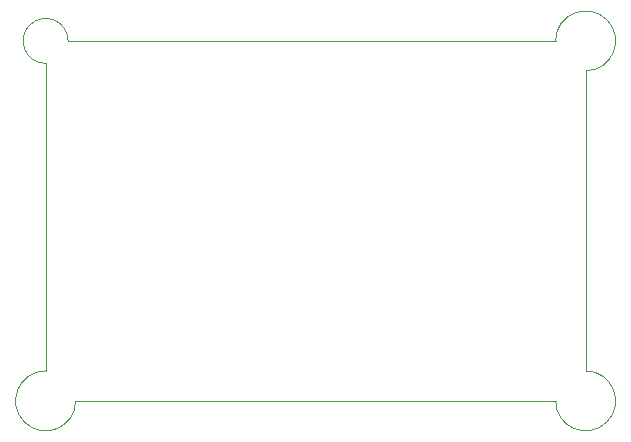
<source format=gm1>
%TF.GenerationSoftware,KiCad,Pcbnew,7.0.10*%
%TF.CreationDate,2024-01-19T04:31:44-05:00*%
%TF.ProjectId,Dattalogger_Board,44617474-616c-46f6-9767-65725f426f61,1*%
%TF.SameCoordinates,Original*%
%TF.FileFunction,Profile,NP*%
%FSLAX46Y46*%
G04 Gerber Fmt 4.6, Leading zero omitted, Abs format (unit mm)*
G04 Created by KiCad (PCBNEW 7.0.10) date 2024-01-19 04:31:44*
%MOMM*%
%LPD*%
G01*
G04 APERTURE LIST*
%TA.AperFunction,Profile*%
%ADD10C,0.100000*%
%TD*%
G04 APERTURE END LIST*
D10*
X129540000Y-91440000D02*
X129540000Y-65405000D01*
X132080000Y-93980000D02*
X172720000Y-93980000D01*
X175260000Y-91440000D02*
X175260000Y-66040000D01*
X131445000Y-63500000D02*
X172720000Y-63500000D01*
X172720000Y-93980000D02*
G75*
G03*
X175260000Y-91440000I2540000J0D01*
G01*
X129540000Y-91440000D02*
G75*
G03*
X132080000Y-93980000I0J-2540000D01*
G01*
X131445000Y-63500000D02*
G75*
G03*
X129540000Y-65405000I-1905000J0D01*
G01*
X175260000Y-66040000D02*
G75*
G03*
X172720000Y-63500000I0J2540000D01*
G01*
M02*

</source>
